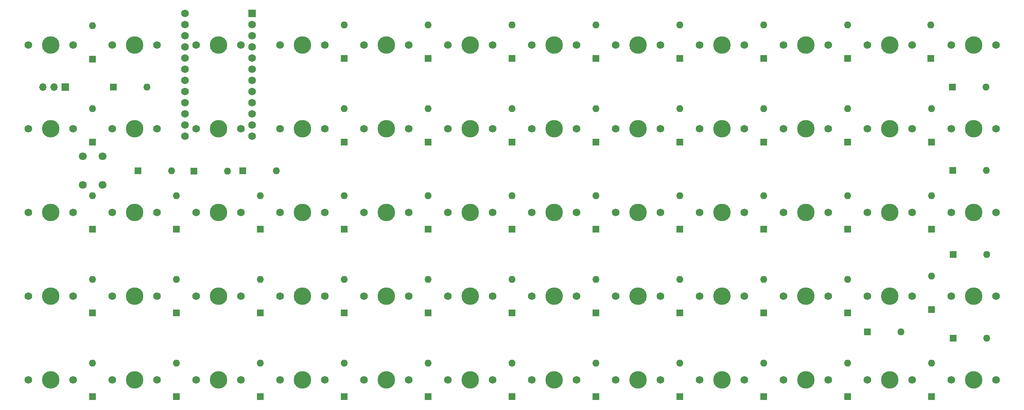
<source format=gts>
G04 #@! TF.GenerationSoftware,KiCad,Pcbnew,7.0.1*
G04 #@! TF.CreationDate,2023-04-09T22:51:24+02:00*
G04 #@! TF.ProjectId,t-rex,742d7265-782e-46b6-9963-61645f706362,rev?*
G04 #@! TF.SameCoordinates,Original*
G04 #@! TF.FileFunction,Soldermask,Top*
G04 #@! TF.FilePolarity,Negative*
%FSLAX46Y46*%
G04 Gerber Fmt 4.6, Leading zero omitted, Abs format (unit mm)*
G04 Created by KiCad (PCBNEW 7.0.1) date 2023-04-09 22:51:24*
%MOMM*%
%LPD*%
G01*
G04 APERTURE LIST*
%ADD10R,1.600000X1.600000*%
%ADD11O,1.600000X1.600000*%
%ADD12C,1.750000*%
%ADD13C,3.987800*%
%ADD14R,1.700000X1.700000*%
%ADD15O,1.700000X1.700000*%
%ADD16C,1.800000*%
%ADD17R,1.752600X1.752600*%
%ADD18C,1.752600*%
G04 APERTURE END LIST*
D10*
X57150000Y-42862500D03*
D11*
X64770000Y-42862500D03*
D12*
X209232500Y-90487500D03*
D13*
X214312500Y-90487500D03*
D12*
X219392500Y-90487500D03*
D10*
X242697000Y-36322000D03*
D11*
X242697000Y-28702000D03*
D12*
X56832500Y-90487500D03*
D13*
X61912500Y-90487500D03*
D12*
X66992500Y-90487500D03*
D14*
X46196250Y-42862500D03*
D15*
X43656250Y-42862500D03*
X41116250Y-42862500D03*
D10*
X242887500Y-75247500D03*
D11*
X242887500Y-67627500D03*
D12*
X152082500Y-33337500D03*
D13*
X157162500Y-33337500D03*
D12*
X162242500Y-33337500D03*
D10*
X204787500Y-75247500D03*
D11*
X204787500Y-67627500D03*
D10*
X242887500Y-113347500D03*
D11*
X242887500Y-105727500D03*
D12*
X247332500Y-90487500D03*
D13*
X252412500Y-90487500D03*
D12*
X257492500Y-90487500D03*
D10*
X109537500Y-55403750D03*
D11*
X109537500Y-47783750D03*
D12*
X152082500Y-52387500D03*
D13*
X157162500Y-52387500D03*
D12*
X162242500Y-52387500D03*
D10*
X166687500Y-94297500D03*
D11*
X166687500Y-86677500D03*
D10*
X147637500Y-94297500D03*
D11*
X147637500Y-86677500D03*
D12*
X94932500Y-52387500D03*
D13*
X100012500Y-52387500D03*
D12*
X105092500Y-52387500D03*
X133032500Y-109537500D03*
D13*
X138112500Y-109537500D03*
D12*
X143192500Y-109537500D03*
X133032500Y-90487500D03*
D13*
X138112500Y-90487500D03*
D12*
X143192500Y-90487500D03*
D10*
X109537500Y-36353750D03*
D11*
X109537500Y-28733750D03*
D12*
X152082500Y-90487500D03*
D13*
X157162500Y-90487500D03*
D12*
X162242500Y-90487500D03*
X171132500Y-52387500D03*
D13*
X176212500Y-52387500D03*
D12*
X181292500Y-52387500D03*
X113982500Y-52387500D03*
D13*
X119062500Y-52387500D03*
D12*
X124142500Y-52387500D03*
D10*
X128587500Y-94297500D03*
D11*
X128587500Y-86677500D03*
D12*
X171132500Y-90487500D03*
D13*
X176212500Y-90487500D03*
D12*
X181292500Y-90487500D03*
D10*
X128587500Y-113347500D03*
D11*
X128587500Y-105727500D03*
D10*
X185737500Y-113347500D03*
D11*
X185737500Y-105727500D03*
D12*
X56832500Y-71437500D03*
D13*
X61912500Y-71437500D03*
D12*
X66992500Y-71437500D03*
X190182500Y-52387500D03*
D13*
X195262500Y-52387500D03*
D12*
X200342500Y-52387500D03*
D10*
X223837500Y-36353750D03*
D11*
X223837500Y-28733750D03*
D10*
X247808750Y-100012500D03*
D11*
X255428750Y-100012500D03*
D10*
X71437500Y-113347500D03*
D11*
X71437500Y-105727500D03*
D12*
X171132500Y-33337500D03*
D13*
X176212500Y-33337500D03*
D12*
X181292500Y-33337500D03*
D10*
X204787500Y-94297500D03*
D11*
X204787500Y-86677500D03*
D12*
X113982500Y-33337500D03*
D13*
X119062500Y-33337500D03*
D12*
X124142500Y-33337500D03*
X190182500Y-90487500D03*
D13*
X195262500Y-90487500D03*
D12*
X200342500Y-90487500D03*
D10*
X71437500Y-94297500D03*
D11*
X71437500Y-86677500D03*
D10*
X185737500Y-75247500D03*
D11*
X185737500Y-67627500D03*
D10*
X147637500Y-36353750D03*
D11*
X147637500Y-28733750D03*
D10*
X204787500Y-36353750D03*
D11*
X204787500Y-28733750D03*
D10*
X62706250Y-61912500D03*
D11*
X70326250Y-61912500D03*
D12*
X75882500Y-71437500D03*
D13*
X80962500Y-71437500D03*
D12*
X86042500Y-71437500D03*
X228282500Y-71437500D03*
D13*
X233362500Y-71437500D03*
D12*
X238442500Y-71437500D03*
D10*
X228346000Y-98552000D03*
D11*
X235966000Y-98552000D03*
D12*
X152082500Y-109537500D03*
D13*
X157162500Y-109537500D03*
D12*
X162242500Y-109537500D03*
D10*
X52387500Y-75247500D03*
D11*
X52387500Y-67627500D03*
D10*
X223837500Y-94297500D03*
D11*
X223837500Y-86677500D03*
D12*
X228282500Y-109537500D03*
D13*
X233362500Y-109537500D03*
D12*
X238442500Y-109537500D03*
D10*
X247700800Y-61823600D03*
D11*
X255320800Y-61823600D03*
D12*
X133032500Y-33337500D03*
D13*
X138112500Y-33337500D03*
D12*
X143192500Y-33337500D03*
X228282500Y-33337500D03*
D13*
X233362500Y-33337500D03*
D12*
X238442500Y-33337500D03*
X209232500Y-33337500D03*
D13*
X214312500Y-33337500D03*
D12*
X219392500Y-33337500D03*
X56832500Y-33337500D03*
D13*
X61912500Y-33337500D03*
D12*
X66992500Y-33337500D03*
X75882500Y-109537500D03*
D13*
X80962500Y-109537500D03*
D12*
X86042500Y-109537500D03*
D10*
X128587500Y-36353750D03*
D11*
X128587500Y-28733750D03*
D10*
X109537500Y-113347500D03*
D11*
X109537500Y-105727500D03*
D12*
X75882500Y-90487500D03*
D13*
X80962500Y-90487500D03*
D12*
X86042500Y-90487500D03*
X113982500Y-71437500D03*
D13*
X119062500Y-71437500D03*
D12*
X124142500Y-71437500D03*
X56832500Y-52387500D03*
D13*
X61912500Y-52387500D03*
D12*
X66992500Y-52387500D03*
X209232500Y-109537500D03*
D13*
X214312500Y-109537500D03*
D12*
X219392500Y-109537500D03*
X37782500Y-90487500D03*
D13*
X42862500Y-90487500D03*
D12*
X47942500Y-90487500D03*
D10*
X223837500Y-55403750D03*
D11*
X223837500Y-47783750D03*
D10*
X52387500Y-55403750D03*
D11*
X52387500Y-47783750D03*
D12*
X247332500Y-33337500D03*
D13*
X252412500Y-33337500D03*
D12*
X257492500Y-33337500D03*
X37782500Y-33337500D03*
D13*
X42862500Y-33337500D03*
D12*
X47942500Y-33337500D03*
D10*
X52387500Y-113347500D03*
D11*
X52387500Y-105727500D03*
D10*
X185737500Y-55403750D03*
D11*
X185737500Y-47783750D03*
D12*
X113982500Y-90487500D03*
D13*
X119062500Y-90487500D03*
D12*
X124142500Y-90487500D03*
D10*
X166687500Y-75247500D03*
D11*
X166687500Y-67627500D03*
D10*
X86487000Y-61912500D03*
D11*
X94107000Y-61912500D03*
D12*
X228282500Y-90487500D03*
D13*
X233362500Y-90487500D03*
D12*
X238442500Y-90487500D03*
X209232500Y-71437500D03*
D13*
X214312500Y-71437500D03*
D12*
X219392500Y-71437500D03*
D10*
X147637500Y-75247500D03*
D11*
X147637500Y-67627500D03*
D10*
X71437500Y-75247500D03*
D11*
X71437500Y-67627500D03*
D10*
X90487500Y-113347500D03*
D11*
X90487500Y-105727500D03*
D10*
X204787500Y-55403750D03*
D11*
X204787500Y-47783750D03*
D10*
X147637500Y-113347500D03*
D11*
X147637500Y-105727500D03*
D10*
X75438000Y-61976000D03*
D11*
X83058000Y-61976000D03*
D12*
X247332500Y-71437500D03*
D13*
X252412500Y-71437500D03*
D12*
X257492500Y-71437500D03*
X190182500Y-33337500D03*
D13*
X195262500Y-33337500D03*
D12*
X200342500Y-33337500D03*
D10*
X52387500Y-94297500D03*
D11*
X52387500Y-86677500D03*
D10*
X185737500Y-36353750D03*
D11*
X185737500Y-28733750D03*
D12*
X247332500Y-52387500D03*
D13*
X252412500Y-52387500D03*
D12*
X257492500Y-52387500D03*
X37782500Y-71437500D03*
D13*
X42862500Y-71437500D03*
D12*
X47942500Y-71437500D03*
X94932500Y-33337500D03*
D13*
X100012500Y-33337500D03*
D12*
X105092500Y-33337500D03*
X152082500Y-71437500D03*
D13*
X157162500Y-71437500D03*
D12*
X162242500Y-71437500D03*
X56832500Y-109537500D03*
D13*
X61912500Y-109537500D03*
D12*
X66992500Y-109537500D03*
X37782500Y-109537500D03*
D13*
X42862500Y-109537500D03*
D12*
X47942500Y-109537500D03*
X133032500Y-71437500D03*
D13*
X138112500Y-71437500D03*
D12*
X143192500Y-71437500D03*
D10*
X128587500Y-75247500D03*
D11*
X128587500Y-67627500D03*
D12*
X190182500Y-71437500D03*
D13*
X195262500Y-71437500D03*
D12*
X200342500Y-71437500D03*
X133032500Y-52387500D03*
D13*
X138112500Y-52387500D03*
D12*
X143192500Y-52387500D03*
D10*
X128587500Y-55403750D03*
D11*
X128587500Y-47783750D03*
D12*
X247332500Y-109537500D03*
D13*
X252412500Y-109537500D03*
D12*
X257492500Y-109537500D03*
D10*
X166687500Y-55403750D03*
D11*
X166687500Y-47783750D03*
D10*
X223837500Y-113347500D03*
D11*
X223837500Y-105727500D03*
D10*
X223837500Y-75247500D03*
D11*
X223837500Y-67627500D03*
D10*
X109537500Y-94297500D03*
D11*
X109537500Y-86677500D03*
D10*
X90487500Y-75247500D03*
D11*
X90487500Y-67627500D03*
D12*
X94932500Y-90487500D03*
D13*
X100012500Y-90487500D03*
D12*
X105092500Y-90487500D03*
D10*
X247808750Y-80962500D03*
D11*
X255428750Y-80962500D03*
D12*
X113982500Y-109537500D03*
D13*
X119062500Y-109537500D03*
D12*
X124142500Y-109537500D03*
D10*
X166687500Y-36353750D03*
D11*
X166687500Y-28733750D03*
D10*
X166687500Y-113347500D03*
D11*
X166687500Y-105727500D03*
D10*
X52387500Y-36512500D03*
D11*
X52387500Y-28892500D03*
D10*
X204787500Y-113347500D03*
D11*
X204787500Y-105727500D03*
D10*
X247650000Y-42862500D03*
D11*
X255270000Y-42862500D03*
D10*
X109537500Y-75247500D03*
D11*
X109537500Y-67627500D03*
D10*
X90487500Y-94297500D03*
D11*
X90487500Y-86677500D03*
D10*
X147637500Y-55403750D03*
D11*
X147637500Y-47783750D03*
D12*
X94932500Y-71437500D03*
D13*
X100012500Y-71437500D03*
D12*
X105092500Y-71437500D03*
X171132500Y-109537500D03*
D13*
X176212500Y-109537500D03*
D12*
X181292500Y-109537500D03*
D10*
X242887500Y-55403750D03*
D11*
X242887500Y-47783750D03*
D10*
X185737500Y-94297500D03*
D11*
X185737500Y-86677500D03*
D12*
X228282500Y-52387500D03*
D13*
X233362500Y-52387500D03*
D12*
X238442500Y-52387500D03*
D10*
X242887500Y-93503750D03*
D11*
X242887500Y-85883750D03*
D12*
X37782500Y-52387500D03*
D13*
X42862500Y-52387500D03*
D12*
X47942500Y-52387500D03*
X190182500Y-109537500D03*
D13*
X195262500Y-109537500D03*
D12*
X200342500Y-109537500D03*
X75882500Y-52387500D03*
D13*
X80962500Y-52387500D03*
D12*
X86042500Y-52387500D03*
X94932500Y-109537500D03*
D13*
X100012500Y-109537500D03*
D12*
X105092500Y-109537500D03*
X75882500Y-33337500D03*
D13*
X80962500Y-33337500D03*
D12*
X86042500Y-33337500D03*
X209232500Y-52387500D03*
D13*
X214312500Y-52387500D03*
D12*
X219392500Y-52387500D03*
X171132500Y-71437500D03*
D13*
X176212500Y-71437500D03*
D12*
X181292500Y-71437500D03*
D16*
X54637500Y-58662500D03*
X50137500Y-65162500D03*
X50137500Y-58662500D03*
X54637500Y-65162500D03*
D17*
X88582500Y-26116750D03*
D18*
X88582500Y-28656750D03*
X88582500Y-31196750D03*
X88582500Y-33736750D03*
X88582500Y-36276750D03*
X88582500Y-38816750D03*
X88582500Y-41356750D03*
X88582500Y-43896750D03*
X88582500Y-46436750D03*
X88582500Y-48976750D03*
X88582500Y-51516750D03*
X88582500Y-54056750D03*
X73342500Y-54056750D03*
X73342500Y-51516750D03*
X73342500Y-48976750D03*
X73342500Y-46436750D03*
X73342500Y-43896750D03*
X73342500Y-41356750D03*
X73342500Y-38816750D03*
X73342500Y-36276750D03*
X73342500Y-33736750D03*
X73342500Y-31196750D03*
X73342500Y-28656750D03*
X73342500Y-26116750D03*
M02*

</source>
